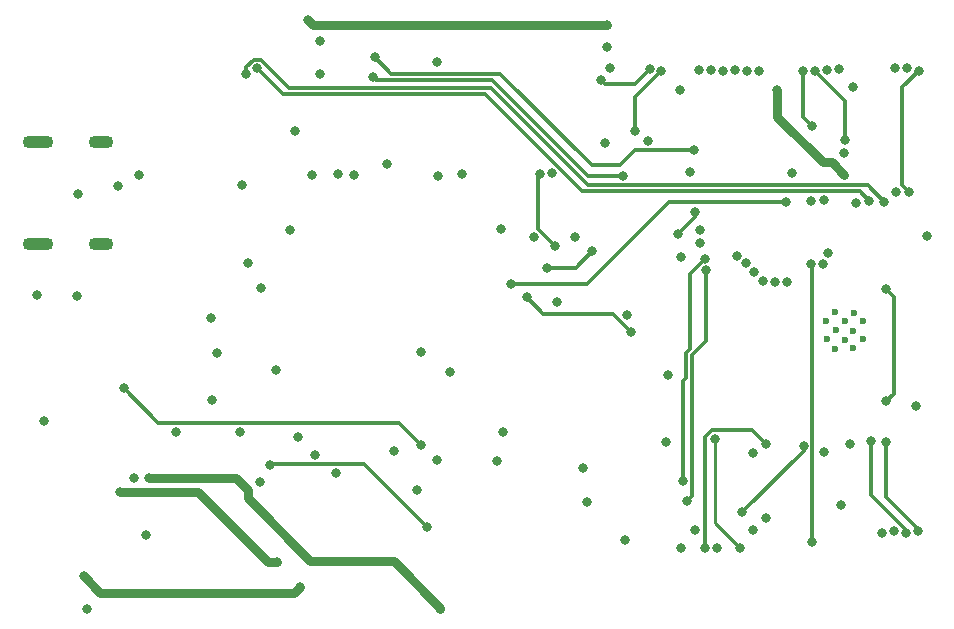
<source format=gbr>
%TF.GenerationSoftware,KiCad,Pcbnew,7.0.1*%
%TF.CreationDate,2023-03-19T17:11:43+00:00*%
%TF.ProjectId,ImogenWren,496d6f67-656e-4577-9265-6e2e6b696361,rev?*%
%TF.SameCoordinates,Original*%
%TF.FileFunction,Copper,L3,Inr*%
%TF.FilePolarity,Positive*%
%FSLAX46Y46*%
G04 Gerber Fmt 4.6, Leading zero omitted, Abs format (unit mm)*
G04 Created by KiCad (PCBNEW 7.0.1) date 2023-03-19 17:11:43*
%MOMM*%
%LPD*%
G01*
G04 APERTURE LIST*
%TA.AperFunction,HeatsinkPad*%
%ADD10C,0.600000*%
%TD*%
%TA.AperFunction,ComponentPad*%
%ADD11O,2.600000X1.100000*%
%TD*%
%TA.AperFunction,ComponentPad*%
%ADD12O,2.100000X1.100000*%
%TD*%
%TA.AperFunction,ViaPad*%
%ADD13C,0.800000*%
%TD*%
%TA.AperFunction,Conductor*%
%ADD14C,0.800000*%
%TD*%
%TA.AperFunction,Conductor*%
%ADD15C,0.300000*%
%TD*%
%TA.AperFunction,Conductor*%
%ADD16C,0.250000*%
%TD*%
G04 APERTURE END LIST*
D10*
%TO.N,GND*%
%TO.C,U3*%
X181225000Y-96660000D03*
X182757500Y-96605000D03*
X182035000Y-95860000D03*
X183595000Y-95820000D03*
X180495000Y-95800000D03*
X182775000Y-95100000D03*
X181265000Y-95080000D03*
X180475000Y-94290000D03*
X183595000Y-94280000D03*
X182025000Y-94280000D03*
X182785000Y-93580000D03*
X181225000Y-93560000D03*
%TD*%
D11*
%TO.N,GND*%
%TO.C,J8*%
X113740000Y-87740000D03*
D12*
X119100000Y-87740000D03*
D11*
X113740000Y-79100000D03*
D12*
X119100000Y-79100000D03*
%TD*%
D13*
%TO.N,GND*%
X182700000Y-74500000D03*
%TO.N,/ESP32/3V3_BUS*%
X176300000Y-74700000D03*
X182000000Y-81900000D03*
X180500000Y-73000000D03*
X168100000Y-74700000D03*
%TO.N,Net-(Q1-B)*%
X167900000Y-86900000D03*
%TO.N,/ESP32/3V3_BUS*%
X188065000Y-101500000D03*
%TO.N,Net-(Q2-E)*%
X142234340Y-71965660D03*
X169300000Y-79800000D03*
%TO.N,Net-(Q1-E)*%
X142100000Y-73600000D03*
%TO.N,Net-(U3-GPIO27(T7))*%
X175400000Y-104700000D03*
X170200000Y-113500000D03*
%TO.N,Net-(U3-GPIO14(T6))*%
X174300000Y-105449500D03*
X171233992Y-113500000D03*
%TO.N,/BATTERY_POWER*%
X121900000Y-107600000D03*
%TO.N,/BATTERY_POWER_BUS*%
X147800000Y-118700000D03*
X123100000Y-107600000D03*
%TO.N,/USB_POWER*%
X117075000Y-92200000D03*
%TO.N,/ESP32/USB ESP32 CH340 Interface /ESP_EN*%
X185550500Y-91600000D03*
%TO.N,/ESP32/SSERIAL_RX*%
X180650000Y-88550000D03*
%TO.N,/ESP32/SSERIAL_TX*%
X180236931Y-89460154D03*
%TO.N,Net-(U3-GPIO4(T0))*%
X179200000Y-89500000D03*
%TO.N,/ESP32/USB ESP32 CH340 Interface /TxD_B*%
X132300000Y-72900000D03*
X184100000Y-84100000D03*
%TO.N,/ESP32/USB ESP32 CH340 Interface /RxD_B*%
X131375210Y-73379169D03*
X185400000Y-84200000D03*
%TO.N,/BATTERY_POWER*%
X135900000Y-116800000D03*
X117600000Y-115900000D03*
%TO.N,/BATTERY_POWER_BUS*%
X135730025Y-104149500D03*
X161900000Y-69200000D03*
X136600000Y-68800000D03*
X140499000Y-81900000D03*
X131491396Y-108577889D03*
X181580139Y-72964585D03*
%TO.N,GND*%
X146200000Y-96900000D03*
X145814000Y-108586000D03*
X133900000Y-98400000D03*
X189007500Y-87107500D03*
X152558502Y-106150500D03*
X149596972Y-81850500D03*
X138966000Y-107149500D03*
X155700001Y-87200000D03*
X137587000Y-70599500D03*
X136900000Y-81900000D03*
X167100000Y-98900000D03*
X148600000Y-98600000D03*
X137637000Y-73400000D03*
X131500000Y-89402515D03*
X157704250Y-92704250D03*
X147498776Y-72350500D03*
X128899500Y-96977140D03*
X113675000Y-92075000D03*
X160200000Y-109600000D03*
X114250001Y-102750002D03*
X143300000Y-81000000D03*
X162180669Y-72871597D03*
%TO.N,/ESP32/3V3_BUS*%
X163450000Y-112800000D03*
X181699999Y-109899999D03*
%TO.N,/ESP32/USB ESP32 CH340 Interface /ESP_EN*%
X185550500Y-101100000D03*
X166900000Y-104500000D03*
X177600000Y-81800000D03*
%TO.N,/USB_POWER*%
X125439990Y-103655304D03*
X122900000Y-112400000D03*
%TO.N,/USB/D-*%
X122250000Y-81950000D03*
X117100000Y-83500000D03*
X120500000Y-82900000D03*
%TO.N,/WS2812b LEDs/5V_IN*%
X163900000Y-95200000D03*
X147600000Y-82000000D03*
X137168998Y-105650500D03*
X155100000Y-92300000D03*
X135100000Y-86600000D03*
X135500000Y-78200000D03*
X131000000Y-82800000D03*
X132600000Y-91500000D03*
X130800000Y-103700000D03*
X160649500Y-88400000D03*
X156800000Y-89800000D03*
X153099999Y-103699999D03*
X132490896Y-107900000D03*
X152900000Y-86500000D03*
X128450250Y-100949750D03*
X128400000Y-94000000D03*
X143900000Y-105300000D03*
X139093000Y-81880236D03*
X147500000Y-106100000D03*
X159900000Y-106700000D03*
X157221934Y-81781888D03*
%TO.N,23*%
X187460000Y-83340000D03*
X188330000Y-73100000D03*
%TO.N,Net-(U3-SDI{slash}SD1)*%
X169700001Y-73070567D03*
X172953399Y-88764439D03*
%TO.N,Net-(U3-SDO{slash}SD0)*%
X170732902Y-73038639D03*
X173718720Y-89407314D03*
%TO.N,Net-(U3-SCK{slash}CLK)*%
X174394954Y-90143326D03*
X171730448Y-73101148D03*
%TO.N,Net-(U3-SCS{slash}CMD)*%
X175144454Y-90873806D03*
X172728527Y-73047835D03*
%TO.N,Net-(U3-SWP{slash}SD3)*%
X176135958Y-91000000D03*
X173724339Y-73133651D03*
%TO.N,Net-(U3-SHD{slash}SD2)*%
X174736243Y-73114048D03*
X177134763Y-90962672D03*
%TO.N,Net-(U3-GPIO4(T0))*%
X179300000Y-113000000D03*
%TO.N,Net-(U3-GPIO2(T2))*%
X170202500Y-89002500D03*
X168350500Y-107800000D03*
X175362299Y-110962300D03*
%TO.N,Net-(U3-GPIO15(T3))*%
X174287701Y-111975500D03*
X170300000Y-90000000D03*
X168700000Y-109523501D03*
%TO.N,Net-(U3-GPIO13(T4))*%
X173200000Y-113500000D03*
X171076331Y-104283624D03*
%TO.N,Net-(U3-GPIO33(T8))*%
X173358758Y-110458758D03*
X178550500Y-104888509D03*
X169400000Y-111975500D03*
%TO.N,Net-(U3-GPIO32(T9))*%
X180299154Y-105349500D03*
X168200000Y-113500000D03*
%TO.N,Net-(Q1-B)*%
X168921611Y-81663607D03*
X169320759Y-85100850D03*
%TO.N,Net-(Q1-E)*%
X168200000Y-88900000D03*
X163300000Y-82000000D03*
%TO.N,/ESP32/LED_DATA_OUT*%
X177101318Y-84210772D03*
X153800000Y-91200000D03*
%TO.N,SCL*%
X186400000Y-83400000D03*
X178493112Y-73099967D03*
X179300000Y-77800000D03*
X181961500Y-80100000D03*
%TO.N,SDA*%
X182999500Y-84306754D03*
X182029624Y-78929624D03*
X179492600Y-73094598D03*
%TO.N,/CHARGE_STATUS*%
X117900000Y-118700000D03*
X182492500Y-104692500D03*
%TO.N,18*%
X186292386Y-72847660D03*
X179175000Y-84100000D03*
%TO.N,Net-(U3-SENSOR_VP)*%
X188200000Y-112100000D03*
X185500000Y-104500000D03*
%TO.N,Net-(U3-SENSOR_VN)*%
X187200000Y-112200000D03*
X184255000Y-104476866D03*
%TO.N,Net-(J7-PadA3)*%
X165506401Y-72993599D03*
X161400000Y-73900000D03*
%TO.N,Net-(D2-K)*%
X169800000Y-87700000D03*
X161700000Y-79200000D03*
%TO.N,/ESP32/SSERIAL_TX*%
X185200000Y-112200000D03*
%TO.N,/ESP32/SSERIAL_RX*%
X186200000Y-112100000D03*
%TO.N,Net-(J7-PadA4)*%
X166500222Y-73100024D03*
X164300000Y-78200000D03*
%TO.N,19*%
X180322500Y-84077500D03*
X187294698Y-72859515D03*
%TO.N,Net-(WLED1-DOUT)*%
X163600000Y-93800000D03*
X159200000Y-87200000D03*
%TO.N,Net-(WLED2-DOUT)*%
X156202800Y-81822708D03*
X157500000Y-87900000D03*
%TO.N,Net-(WLED10-DIN)*%
X133400000Y-106500000D03*
X146650000Y-111750000D03*
%TO.N,Net-(JP3-C)*%
X146200000Y-104800000D03*
X121000000Y-100000000D03*
%TO.N,Net-(SW1-B)*%
X133953246Y-114710500D03*
X120700000Y-108800000D03*
%TO.N,Net-(D3-K)*%
X169756578Y-86596623D03*
X161900000Y-71100000D03*
X165400000Y-79050500D03*
%TD*%
D14*
%TO.N,/ESP32/3V3_BUS*%
X180961500Y-80861500D02*
X182000000Y-81900000D01*
X176300000Y-77000000D02*
X180161500Y-80861500D01*
X180161500Y-80861500D02*
X180961500Y-80861500D01*
X176300000Y-74700000D02*
X176300000Y-77000000D01*
D15*
%TO.N,SCL*%
X178493112Y-76993112D02*
X178493112Y-73099967D01*
X179300000Y-77800000D02*
X178493112Y-76993112D01*
%TO.N,SDA*%
X179497867Y-73094598D02*
X179492600Y-73094598D01*
X182029624Y-78929624D02*
X182029624Y-75626355D01*
X182029624Y-75626355D02*
X179497867Y-73094598D01*
%TO.N,Net-(Q1-B)*%
X169320759Y-85100850D02*
X169320759Y-85479241D01*
X169320759Y-85479241D02*
X167900000Y-86900000D01*
%TO.N,/ESP32/LED_DATA_OUT*%
X167189228Y-84210772D02*
X177101318Y-84210772D01*
X160200000Y-91200000D02*
X167189228Y-84210772D01*
X153800000Y-91200000D02*
X160200000Y-91200000D01*
%TO.N,Net-(U3-GPIO4(T0))*%
X179300000Y-89600000D02*
X179300000Y-113000000D01*
X179200000Y-89500000D02*
X179300000Y-89600000D01*
D16*
%TO.N,Net-(U3-GPIO13(T4))*%
X171076331Y-111376331D02*
X173200000Y-113500000D01*
X171076331Y-104283624D02*
X171076331Y-111376331D01*
D15*
%TO.N,Net-(U3-GPIO27(T7))*%
X170200000Y-104100000D02*
X170200000Y-113500000D01*
X170800000Y-103500000D02*
X170200000Y-104100000D01*
X175400000Y-104700000D02*
X174200000Y-103500000D01*
X174200000Y-103500000D02*
X170800000Y-103500000D01*
%TO.N,Net-(J7-PadA3)*%
X161700000Y-74200000D02*
X161400000Y-73900000D01*
X164300000Y-74200000D02*
X161700000Y-74200000D01*
X165506401Y-72993599D02*
X164300000Y-74200000D01*
%TO.N,Net-(Q2-E)*%
X143638680Y-73370000D02*
X142234340Y-71965660D01*
X160600000Y-81100000D02*
X152870000Y-73370000D01*
X164300000Y-79800000D02*
X163000000Y-81100000D01*
X169300000Y-79800000D02*
X164300000Y-79800000D01*
%TO.N,Net-(Q1-E)*%
X160300000Y-82000000D02*
X163300000Y-82000000D01*
X142369501Y-73869501D02*
X152169501Y-73869501D01*
X142100000Y-73600000D02*
X142369501Y-73869501D01*
%TO.N,Net-(Q2-E)*%
X163000000Y-81100000D02*
X160600000Y-81100000D01*
%TO.N,Net-(Q1-E)*%
X152169501Y-73869501D02*
X160300000Y-82000000D01*
%TO.N,Net-(Q2-E)*%
X152870000Y-73370000D02*
X143638680Y-73370000D01*
D14*
%TO.N,/BATTERY_POWER*%
X119000000Y-117300000D02*
X117600000Y-115900000D01*
X135400000Y-117300000D02*
X119000000Y-117300000D01*
X135900000Y-116800000D02*
X135400000Y-117300000D01*
D15*
%TO.N,/ESP32/USB ESP32 CH340 Interface /RxD_B*%
X132610454Y-72150500D02*
X131989546Y-72150500D01*
X135009454Y-74549500D02*
X132610454Y-72150500D01*
X152049500Y-74549500D02*
X135009454Y-74549500D01*
X131989546Y-72150500D02*
X131375210Y-72764836D01*
X185400000Y-84200000D02*
X184000499Y-82800499D01*
X160300499Y-82800499D02*
X152049500Y-74549500D01*
X131375210Y-72764836D02*
X131375210Y-73379169D01*
X184000499Y-82800499D02*
X160300499Y-82800499D01*
%TO.N,/ESP32/USB ESP32 CH340 Interface /ESP_EN*%
X186200000Y-92249500D02*
X185550500Y-91600000D01*
X186200000Y-100450500D02*
X186200000Y-92249500D01*
X185550500Y-101100000D02*
X186200000Y-100450500D01*
%TO.N,Net-(U3-GPIO33(T8))*%
X178550500Y-105267017D02*
X173358758Y-110458758D01*
X178550500Y-104888509D02*
X178550500Y-105267017D01*
D14*
%TO.N,/BATTERY_POWER_BUS*%
X147800000Y-118552788D02*
X147800000Y-118700000D01*
X143847212Y-114600000D02*
X147800000Y-118552788D01*
X136800000Y-114600000D02*
X143847212Y-114600000D01*
X131491396Y-108577889D02*
X131491396Y-109291396D01*
X131491396Y-109291396D02*
X136800000Y-114600000D01*
X130513507Y-107600000D02*
X131491396Y-108577889D01*
X123100000Y-107600000D02*
X130513507Y-107600000D01*
D15*
%TO.N,/ESP32/USB ESP32 CH340 Interface /TxD_B*%
X151600000Y-75100000D02*
X134500000Y-75100000D01*
X159800000Y-83300000D02*
X151600000Y-75100000D01*
X183300000Y-83300000D02*
X159800000Y-83300000D01*
X134500000Y-75100000D02*
X132300000Y-72900000D01*
X184100000Y-84100000D02*
X183300000Y-83300000D01*
%TO.N,Net-(U3-SENSOR_VN)*%
X187200000Y-112000000D02*
X187200000Y-112200000D01*
X184255000Y-109055000D02*
X187200000Y-112000000D01*
X184255000Y-104476866D02*
X184255000Y-109055000D01*
%TO.N,Net-(U3-SENSOR_VP)*%
X188200000Y-111900000D02*
X188200000Y-112100000D01*
X185500000Y-104500000D02*
X185500000Y-109200000D01*
X185500000Y-109200000D02*
X188200000Y-111900000D01*
%TO.N,Net-(WLED2-DOUT)*%
X156100000Y-81925508D02*
X156202800Y-81822708D01*
X156100000Y-86500000D02*
X156100000Y-81925508D01*
X157500000Y-87900000D02*
X156100000Y-86500000D01*
%TO.N,23*%
X186910000Y-74520000D02*
X186910000Y-82790000D01*
X188330000Y-73100000D02*
X186910000Y-74520000D01*
X186910000Y-82790000D02*
X187460000Y-83340000D01*
D14*
%TO.N,Net-(SW1-B)*%
X133190500Y-114710500D02*
X133953246Y-114710500D01*
X127280000Y-108800000D02*
X133190500Y-114710500D01*
X120700000Y-108800000D02*
X127280000Y-108800000D01*
%TO.N,/BATTERY_POWER_BUS*%
X137000000Y-69200000D02*
X161900000Y-69200000D01*
X136600000Y-68800000D02*
X137000000Y-69200000D01*
D15*
%TO.N,/WS2812b LEDs/5V_IN*%
X156800000Y-89800000D02*
X159249500Y-89800000D01*
X159249500Y-89800000D02*
X160649500Y-88400000D01*
X156500000Y-93700000D02*
X155100000Y-92300000D01*
X163900000Y-95200000D02*
X162400000Y-93700000D01*
X162400000Y-93700000D02*
X156500000Y-93700000D01*
%TO.N,Net-(U3-GPIO2(T2))*%
X168600998Y-96992601D02*
X168600998Y-99100002D01*
X168900000Y-90305000D02*
X168900000Y-96693598D01*
X168600998Y-99100002D02*
X168350500Y-99350500D01*
X168900000Y-96693598D02*
X168600998Y-96992601D01*
X168350500Y-99350500D02*
X168350500Y-107800000D01*
X170202500Y-89002500D02*
X168900000Y-90305000D01*
%TO.N,Net-(U3-GPIO15(T3))*%
X169100499Y-97199501D02*
X169100499Y-109123002D01*
X170300000Y-96000000D02*
X169100499Y-97199501D01*
X170300000Y-90000000D02*
X170300000Y-96000000D01*
X169100499Y-109123002D02*
X168700000Y-109523501D01*
%TO.N,Net-(J7-PadA4)*%
X164300000Y-75300000D02*
X166499976Y-73100024D01*
X166499976Y-73100024D02*
X166500222Y-73100024D01*
X164300000Y-78200000D02*
X164300000Y-75300000D01*
%TO.N,Net-(WLED10-DIN)*%
X133400000Y-106500000D02*
X133500000Y-106400000D01*
X141300000Y-106400000D02*
X146650000Y-111750000D01*
X133500000Y-106400000D02*
X141300000Y-106400000D01*
%TO.N,Net-(JP3-C)*%
X123905804Y-102905804D02*
X144305804Y-102905804D01*
X121000000Y-100000000D02*
X123905804Y-102905804D01*
X144305804Y-102905804D02*
X146200000Y-104800000D01*
%TD*%
M02*

</source>
